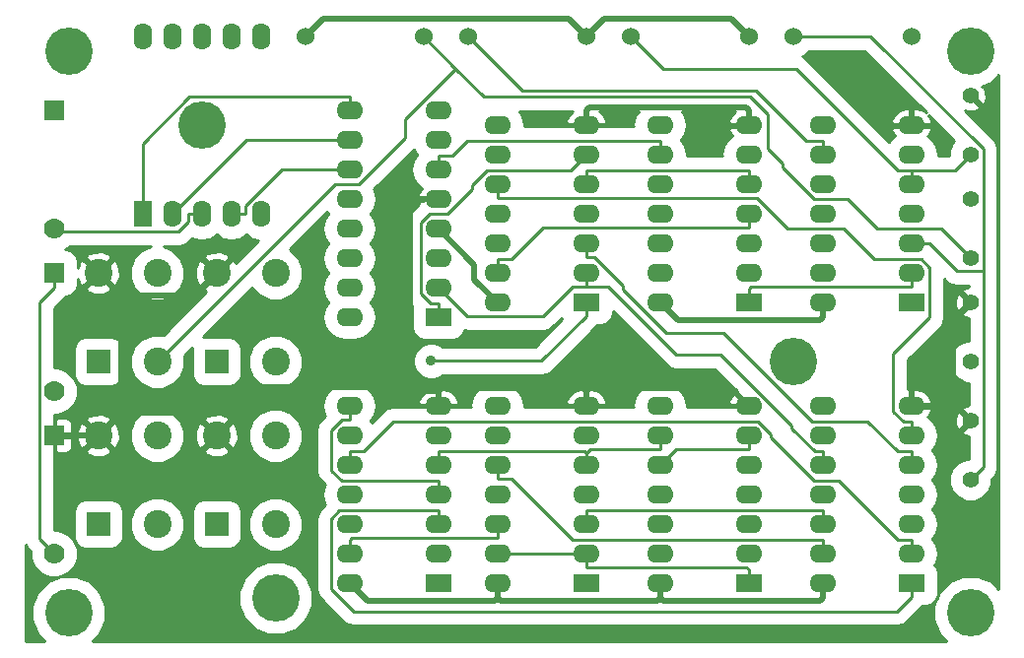
<source format=gtl>
G04 (created by PCBNEW (2013-07-07 BZR 4022)-stable) date 17-11-2017 21:30:10*
%MOIN*%
G04 Gerber Fmt 3.4, Leading zero omitted, Abs format*
%FSLAX34Y34*%
G01*
G70*
G90*
G04 APERTURE LIST*
%ADD10C,0.00590551*%
%ADD11C,0.06*%
%ADD12R,0.09X0.062*%
%ADD13O,0.09X0.062*%
%ADD14C,0.07*%
%ADD15R,0.07X0.07*%
%ADD16C,0.055*%
%ADD17R,0.0787X0.0787*%
%ADD18C,0.0945*%
%ADD19R,0.062X0.09*%
%ADD20O,0.062X0.09*%
%ADD21C,0.16*%
%ADD22C,0.035*%
%ADD23C,0.01*%
%ADD24C,0.019685*%
G04 APERTURE END LIST*
G54D10*
G54D11*
X52500Y-23000D03*
X56500Y-23000D03*
X73000Y-23000D03*
X69000Y-23000D03*
X67500Y-23000D03*
X63500Y-23000D03*
X62000Y-23000D03*
X58000Y-23000D03*
G54D12*
X57000Y-32500D03*
G54D13*
X57000Y-31500D03*
X57000Y-30500D03*
X57000Y-29500D03*
X57000Y-28500D03*
X57000Y-27500D03*
X57000Y-26500D03*
X57000Y-25500D03*
X54000Y-25500D03*
X54000Y-26500D03*
X54000Y-27500D03*
X54000Y-28500D03*
X54000Y-29500D03*
X54000Y-30500D03*
X54000Y-31500D03*
X54000Y-32500D03*
G54D12*
X62000Y-32000D03*
G54D13*
X62000Y-31000D03*
X62000Y-30000D03*
X62000Y-29000D03*
X62000Y-28000D03*
X62000Y-27000D03*
X62000Y-26000D03*
X59000Y-26000D03*
X59000Y-27000D03*
X59000Y-28000D03*
X59000Y-29000D03*
X59000Y-30000D03*
X59000Y-31000D03*
X59000Y-32000D03*
G54D12*
X57000Y-41500D03*
G54D13*
X57000Y-40500D03*
X57000Y-39500D03*
X57000Y-38500D03*
X57000Y-37500D03*
X57000Y-36500D03*
X57000Y-35500D03*
X54000Y-35500D03*
X54000Y-36500D03*
X54000Y-37500D03*
X54000Y-38500D03*
X54000Y-39500D03*
X54000Y-40500D03*
X54000Y-41500D03*
G54D12*
X67500Y-32000D03*
G54D13*
X67500Y-31000D03*
X67500Y-30000D03*
X67500Y-29000D03*
X67500Y-28000D03*
X67500Y-27000D03*
X67500Y-26000D03*
X64500Y-26000D03*
X64500Y-27000D03*
X64500Y-28000D03*
X64500Y-29000D03*
X64500Y-30000D03*
X64500Y-31000D03*
X64500Y-32000D03*
G54D12*
X73000Y-41500D03*
G54D13*
X73000Y-40500D03*
X73000Y-39500D03*
X73000Y-38500D03*
X73000Y-37500D03*
X73000Y-36500D03*
X73000Y-35500D03*
X70000Y-35500D03*
X70000Y-36500D03*
X70000Y-37500D03*
X70000Y-38500D03*
X70000Y-39500D03*
X70000Y-40500D03*
X70000Y-41500D03*
G54D12*
X67500Y-41500D03*
G54D13*
X67500Y-40500D03*
X67500Y-39500D03*
X67500Y-38500D03*
X67500Y-37500D03*
X67500Y-36500D03*
X67500Y-35500D03*
X64500Y-35500D03*
X64500Y-36500D03*
X64500Y-37500D03*
X64500Y-38500D03*
X64500Y-39500D03*
X64500Y-40500D03*
X64500Y-41500D03*
G54D12*
X62000Y-41500D03*
G54D13*
X62000Y-40500D03*
X62000Y-39500D03*
X62000Y-38500D03*
X62000Y-37500D03*
X62000Y-36500D03*
X62000Y-35500D03*
X59000Y-35500D03*
X59000Y-36500D03*
X59000Y-37500D03*
X59000Y-38500D03*
X59000Y-39500D03*
X59000Y-40500D03*
X59000Y-41500D03*
G54D12*
X73000Y-32000D03*
G54D13*
X73000Y-31000D03*
X73000Y-30000D03*
X73000Y-29000D03*
X73000Y-28000D03*
X73000Y-27000D03*
X73000Y-26000D03*
X70000Y-26000D03*
X70000Y-27000D03*
X70000Y-28000D03*
X70000Y-29000D03*
X70000Y-30000D03*
X70000Y-31000D03*
X70000Y-32000D03*
G54D14*
X44000Y-29500D03*
G54D15*
X44000Y-25500D03*
G54D14*
X44000Y-35000D03*
G54D15*
X44000Y-31000D03*
G54D14*
X44000Y-40500D03*
G54D15*
X44000Y-36500D03*
G54D16*
X75000Y-34000D03*
X75000Y-32000D03*
X75000Y-27000D03*
X75000Y-25000D03*
X75000Y-38000D03*
X75000Y-36000D03*
X75000Y-30500D03*
X75000Y-28500D03*
G54D17*
X45500Y-34000D03*
G54D18*
X47500Y-34000D03*
X47500Y-31000D03*
X45500Y-31000D03*
G54D17*
X49500Y-34000D03*
G54D18*
X51500Y-34000D03*
X51500Y-31000D03*
X49500Y-31000D03*
G54D17*
X45500Y-39500D03*
G54D18*
X47500Y-39500D03*
X47500Y-36500D03*
X45500Y-36500D03*
G54D17*
X49500Y-39500D03*
G54D18*
X51500Y-39500D03*
X51500Y-36500D03*
X49500Y-36500D03*
G54D19*
X47000Y-29000D03*
G54D20*
X48000Y-29000D03*
X49000Y-29000D03*
X50000Y-29000D03*
X51000Y-29000D03*
X51000Y-23000D03*
X50000Y-23000D03*
X49000Y-23000D03*
X48000Y-23000D03*
X47000Y-23000D03*
G54D21*
X69000Y-34000D03*
X49000Y-26000D03*
X75000Y-42500D03*
X44500Y-42500D03*
X75000Y-23500D03*
X51500Y-42000D03*
X44500Y-23500D03*
G54D22*
X56756Y-33978D03*
G54D23*
X62000Y-37500D02*
X62000Y-37089D01*
X61949Y-37039D02*
X57000Y-37039D01*
X62000Y-37089D02*
X61949Y-37039D01*
X57000Y-37500D02*
X57000Y-37039D01*
X67579Y-31460D02*
X67500Y-31539D01*
X73000Y-31460D02*
X67579Y-31460D01*
X73000Y-31000D02*
X73000Y-31460D01*
X67500Y-32000D02*
X67500Y-31539D01*
X62129Y-36960D02*
X62000Y-37089D01*
X64500Y-36960D02*
X62129Y-36960D01*
X64500Y-36500D02*
X64500Y-36960D01*
X61460Y-27539D02*
X62000Y-27000D01*
X58649Y-27539D02*
X61460Y-27539D01*
X58145Y-28044D02*
X58649Y-27539D01*
X58145Y-28170D02*
X58145Y-28044D01*
X57315Y-29000D02*
X58145Y-28170D01*
X56704Y-29000D02*
X57315Y-29000D01*
X56392Y-29312D02*
X56704Y-29000D01*
X56392Y-31691D02*
X56392Y-29312D01*
X56741Y-32039D02*
X56392Y-31691D01*
X57000Y-32039D02*
X56741Y-32039D01*
X57000Y-32500D02*
X57000Y-32039D01*
X54079Y-39960D02*
X54000Y-40039D01*
X59000Y-39960D02*
X54079Y-39960D01*
X59000Y-39500D02*
X59000Y-39960D01*
X54000Y-40500D02*
X54000Y-40039D01*
X59460Y-30539D02*
X59000Y-30539D01*
X60539Y-29460D02*
X59460Y-30539D01*
X67500Y-29460D02*
X60539Y-29460D01*
X67500Y-29000D02*
X67500Y-29460D01*
X59000Y-31000D02*
X59000Y-30539D01*
X62000Y-27539D02*
X67500Y-27539D01*
X62000Y-28000D02*
X62000Y-27539D01*
X67500Y-28000D02*
X67500Y-27539D01*
X57960Y-32460D02*
X57000Y-31500D01*
X60539Y-32460D02*
X57960Y-32460D01*
X61539Y-31460D02*
X60539Y-32460D01*
X62000Y-31460D02*
X61539Y-31460D01*
X62000Y-31000D02*
X62000Y-31460D01*
X62749Y-31460D02*
X62000Y-31460D01*
X65050Y-33761D02*
X62749Y-31460D01*
X66555Y-33761D02*
X65050Y-33761D01*
X68951Y-36157D02*
X66555Y-33761D01*
X68951Y-36250D02*
X68951Y-36157D01*
X69741Y-37039D02*
X68951Y-36250D01*
X70000Y-37039D02*
X69741Y-37039D01*
X70000Y-37500D02*
X70000Y-37039D01*
X57460Y-27039D02*
X57000Y-27039D01*
X57960Y-26539D02*
X57460Y-27039D01*
X64500Y-26539D02*
X57960Y-26539D01*
X64500Y-27000D02*
X64500Y-26539D01*
X57000Y-27500D02*
X57000Y-27039D01*
X59000Y-40500D02*
X62000Y-40500D01*
X67420Y-40960D02*
X67500Y-41039D01*
X62000Y-40960D02*
X67420Y-40960D01*
X62000Y-40500D02*
X62000Y-40960D01*
X67500Y-41500D02*
X67500Y-41039D01*
X44101Y-29601D02*
X44000Y-29500D01*
X48197Y-29601D02*
X44101Y-29601D01*
X48539Y-29258D02*
X48197Y-29601D01*
X48539Y-29000D02*
X48539Y-29258D01*
X49000Y-29000D02*
X48539Y-29000D01*
X53655Y-39039D02*
X57000Y-39039D01*
X53381Y-39314D02*
X53655Y-39039D01*
X53381Y-41694D02*
X53381Y-39314D01*
X54138Y-42450D02*
X53381Y-41694D01*
X72509Y-42450D02*
X54138Y-42450D01*
X73000Y-41960D02*
X72509Y-42450D01*
X73000Y-41500D02*
X73000Y-41960D01*
X57000Y-39500D02*
X57000Y-39039D01*
X70000Y-27000D02*
X70000Y-26539D01*
X59839Y-24839D02*
X58000Y-23000D01*
X67751Y-24839D02*
X59839Y-24839D01*
X69451Y-26539D02*
X67751Y-24839D01*
X70000Y-26539D02*
X69451Y-26539D01*
X72539Y-27539D02*
X73000Y-27539D01*
X69108Y-24108D02*
X72539Y-27539D01*
X64608Y-24108D02*
X69108Y-24108D01*
X63500Y-23000D02*
X64608Y-24108D01*
X73000Y-28000D02*
X73000Y-27539D01*
X74460Y-27539D02*
X73000Y-27539D01*
X75000Y-27000D02*
X74460Y-27539D01*
X61539Y-40039D02*
X70000Y-40039D01*
X59460Y-37960D02*
X61539Y-40039D01*
X59000Y-37960D02*
X59460Y-37960D01*
X59000Y-37500D02*
X59000Y-37960D01*
X70000Y-40500D02*
X70000Y-40039D01*
X65039Y-36960D02*
X67500Y-36960D01*
X64500Y-37500D02*
X65039Y-36960D01*
X67500Y-36500D02*
X67500Y-36960D01*
X55870Y-25812D02*
X57591Y-24091D01*
X55870Y-26423D02*
X55870Y-25812D01*
X54293Y-28000D02*
X55870Y-26423D01*
X53500Y-28000D02*
X54293Y-28000D01*
X47500Y-34000D02*
X53500Y-28000D01*
X58544Y-25044D02*
X57591Y-24091D01*
X67550Y-25044D02*
X58544Y-25044D01*
X68136Y-25630D02*
X67550Y-25044D01*
X68136Y-26788D02*
X68136Y-25630D01*
X68634Y-27287D02*
X68136Y-26788D01*
X68634Y-27433D02*
X68634Y-27287D01*
X69701Y-28500D02*
X68634Y-27433D01*
X70853Y-28500D02*
X69701Y-28500D01*
X71853Y-29500D02*
X70853Y-28500D01*
X74000Y-29500D02*
X71853Y-29500D01*
X75000Y-30500D02*
X74000Y-29500D01*
X56500Y-23000D02*
X56500Y-23000D01*
X57591Y-24091D02*
X56500Y-23000D01*
X62000Y-39039D02*
X70000Y-39039D01*
X62000Y-39500D02*
X62000Y-39039D01*
X70000Y-39500D02*
X70000Y-39039D01*
X62283Y-30460D02*
X62000Y-30460D01*
X63250Y-31426D02*
X62283Y-30460D01*
X63250Y-31567D02*
X63250Y-31426D01*
X64705Y-33023D02*
X63250Y-31567D01*
X66652Y-33023D02*
X64705Y-33023D01*
X69645Y-36016D02*
X66652Y-33023D01*
X71516Y-36016D02*
X69645Y-36016D01*
X72539Y-37039D02*
X71516Y-36016D01*
X73000Y-37039D02*
X72539Y-37039D01*
X73000Y-37500D02*
X73000Y-37039D01*
X62000Y-30000D02*
X62000Y-30460D01*
X67770Y-28460D02*
X59000Y-28460D01*
X68810Y-29500D02*
X67770Y-28460D01*
X70718Y-29500D02*
X68810Y-29500D01*
X71758Y-30539D02*
X70718Y-29500D01*
X73333Y-30539D02*
X71758Y-30539D01*
X73609Y-30816D02*
X73333Y-30539D01*
X73609Y-32512D02*
X73609Y-30816D01*
X72390Y-33732D02*
X73609Y-32512D01*
X72390Y-35688D02*
X72390Y-33732D01*
X72741Y-36039D02*
X72390Y-35688D01*
X73000Y-36039D02*
X72741Y-36039D01*
X73000Y-36500D02*
X73000Y-36039D01*
X59000Y-28000D02*
X59000Y-28460D01*
X60481Y-33978D02*
X62000Y-32460D01*
X56756Y-33978D02*
X60481Y-33978D01*
X62000Y-32000D02*
X62000Y-32460D01*
X54460Y-37039D02*
X54000Y-37039D01*
X55478Y-36021D02*
X54460Y-37039D01*
X67812Y-36021D02*
X55478Y-36021D01*
X68251Y-36460D02*
X67812Y-36021D01*
X68251Y-36566D02*
X68251Y-36460D01*
X69724Y-38039D02*
X68251Y-36566D01*
X70539Y-38039D02*
X69724Y-38039D01*
X72539Y-40039D02*
X70539Y-38039D01*
X73000Y-40039D02*
X72539Y-40039D01*
X73000Y-40500D02*
X73000Y-40039D01*
X54000Y-37500D02*
X54000Y-37039D01*
X53726Y-38039D02*
X57000Y-38039D01*
X53380Y-37694D02*
X53726Y-38039D01*
X53380Y-36320D02*
X53380Y-37694D01*
X53741Y-35960D02*
X53380Y-36320D01*
X54000Y-35960D02*
X53741Y-35960D01*
X54000Y-35500D02*
X54000Y-35960D01*
X57000Y-38500D02*
X57000Y-38039D01*
X73000Y-30000D02*
X73600Y-30000D01*
X74537Y-30937D02*
X73600Y-30000D01*
X75428Y-30937D02*
X74537Y-30937D01*
X75428Y-37571D02*
X75428Y-30937D01*
X75000Y-38000D02*
X75428Y-37571D01*
X71614Y-23000D02*
X69000Y-23000D01*
X75428Y-26813D02*
X71614Y-23000D01*
X75428Y-30937D02*
X75428Y-26813D01*
X43499Y-32000D02*
X44000Y-31500D01*
X43499Y-39999D02*
X43499Y-32000D01*
X44000Y-40500D02*
X43499Y-39999D01*
X44000Y-31000D02*
X44000Y-31500D01*
X48581Y-25039D02*
X54000Y-25039D01*
X47000Y-26621D02*
X48581Y-25039D01*
X47000Y-29000D02*
X47000Y-26621D01*
X54000Y-25500D02*
X54000Y-25039D01*
X50500Y-26500D02*
X54000Y-26500D01*
X48000Y-29000D02*
X50500Y-26500D01*
X51701Y-27500D02*
X54000Y-27500D01*
X50460Y-28741D02*
X51701Y-27500D01*
X50460Y-29000D02*
X50460Y-28741D01*
X50000Y-29000D02*
X50460Y-29000D01*
G54D24*
X58223Y-31223D02*
X59000Y-32000D01*
X58223Y-30723D02*
X58223Y-31223D01*
X57000Y-29500D02*
X58223Y-30723D01*
X53098Y-22401D02*
X52500Y-23000D01*
X61401Y-22401D02*
X53098Y-22401D01*
X62000Y-23000D02*
X61401Y-22401D01*
X62595Y-22404D02*
X62000Y-23000D01*
X66904Y-22404D02*
X62595Y-22404D01*
X67500Y-23000D02*
X66904Y-22404D01*
X65108Y-32608D02*
X64500Y-32000D01*
X69900Y-32608D02*
X65108Y-32608D01*
X70000Y-32508D02*
X69900Y-32608D01*
X70000Y-32000D02*
X70000Y-32508D01*
X54605Y-42105D02*
X54000Y-41500D01*
X58903Y-42105D02*
X54605Y-42105D01*
X59000Y-42008D02*
X58903Y-42105D01*
X59000Y-41500D02*
X59000Y-42008D01*
X59096Y-42105D02*
X59000Y-42008D01*
X64403Y-42105D02*
X59096Y-42105D01*
X64500Y-42008D02*
X64403Y-42105D01*
X64500Y-41500D02*
X64500Y-42008D01*
X64596Y-42105D02*
X64500Y-42008D01*
X69903Y-42105D02*
X64596Y-42105D01*
X70000Y-42008D02*
X69903Y-42105D01*
X70000Y-41500D02*
X70000Y-42008D01*
X44000Y-36500D02*
X44548Y-36500D01*
X45500Y-36500D02*
X44548Y-36500D01*
X46270Y-35729D02*
X45500Y-36500D01*
X48729Y-31770D02*
X49500Y-31000D01*
X46270Y-31770D02*
X48729Y-31770D01*
X46270Y-35729D02*
X46270Y-31770D01*
X46270Y-31770D02*
X45500Y-31000D01*
X74421Y-32578D02*
X74421Y-35500D01*
X75000Y-32000D02*
X74421Y-32578D01*
X73000Y-35500D02*
X74421Y-35500D01*
X74500Y-35500D02*
X75000Y-36000D01*
X74421Y-35500D02*
X74500Y-35500D01*
X48729Y-35729D02*
X46270Y-35729D01*
X49500Y-36500D02*
X48729Y-35729D01*
X57000Y-28500D02*
X56351Y-28500D01*
X62099Y-25392D02*
X62000Y-25491D01*
X67400Y-25392D02*
X62099Y-25392D01*
X67500Y-25491D02*
X67400Y-25392D01*
X67500Y-26000D02*
X67500Y-25491D01*
X62000Y-26000D02*
X62000Y-25491D01*
X51126Y-34873D02*
X49500Y-36500D01*
X55550Y-34873D02*
X51126Y-34873D01*
X56041Y-34382D02*
X55550Y-34873D01*
X56041Y-28809D02*
X56041Y-34382D01*
X56351Y-28500D02*
X56041Y-28809D01*
X56650Y-34991D02*
X57000Y-34991D01*
X56041Y-34382D02*
X56650Y-34991D01*
X57000Y-35500D02*
X57000Y-34991D01*
X62104Y-34886D02*
X62000Y-34991D01*
X66886Y-34886D02*
X62104Y-34886D01*
X67500Y-35500D02*
X66886Y-34886D01*
X62000Y-35500D02*
X62000Y-35041D01*
X62000Y-35041D02*
X62000Y-34991D01*
X57097Y-34894D02*
X57000Y-34991D01*
X61902Y-34894D02*
X57097Y-34894D01*
X62000Y-34991D02*
X61902Y-34894D01*
G54D10*
G36*
X63761Y-25538D02*
X63646Y-25711D01*
X63588Y-26000D01*
X63597Y-26046D01*
X59902Y-26046D01*
X59911Y-26000D01*
X59853Y-25711D01*
X59738Y-25538D01*
X61554Y-25538D01*
X61428Y-25639D01*
X61323Y-25831D01*
X61316Y-25863D01*
X61365Y-25950D01*
X61950Y-25950D01*
X61950Y-25942D01*
X62050Y-25942D01*
X62050Y-25950D01*
X62634Y-25950D01*
X62683Y-25863D01*
X62676Y-25831D01*
X62571Y-25639D01*
X62445Y-25538D01*
X63761Y-25538D01*
X63761Y-25538D01*
G37*
G54D23*
X63761Y-25538D02*
X63646Y-25711D01*
X63588Y-26000D01*
X63597Y-26046D01*
X59902Y-26046D01*
X59911Y-26000D01*
X59853Y-25711D01*
X59738Y-25538D01*
X61554Y-25538D01*
X61428Y-25639D01*
X61323Y-25831D01*
X61316Y-25863D01*
X61365Y-25950D01*
X61950Y-25950D01*
X61950Y-25942D01*
X62050Y-25942D01*
X62050Y-25950D01*
X62634Y-25950D01*
X62683Y-25863D01*
X62676Y-25831D01*
X62571Y-25639D01*
X62445Y-25538D01*
X63761Y-25538D01*
G54D10*
G36*
X67557Y-26050D02*
X67550Y-26050D01*
X67550Y-26057D01*
X67450Y-26057D01*
X67450Y-26050D01*
X66865Y-26050D01*
X66816Y-26136D01*
X66823Y-26168D01*
X66928Y-26360D01*
X66946Y-26375D01*
X66809Y-26467D01*
X66646Y-26711D01*
X66588Y-27000D01*
X66597Y-27046D01*
X65402Y-27046D01*
X65411Y-27000D01*
X65353Y-26711D01*
X65212Y-26500D01*
X65353Y-26288D01*
X65411Y-26000D01*
X65353Y-25711D01*
X65238Y-25538D01*
X67054Y-25538D01*
X66928Y-25639D01*
X66823Y-25831D01*
X66816Y-25863D01*
X66865Y-25950D01*
X67450Y-25950D01*
X67450Y-25942D01*
X67550Y-25942D01*
X67550Y-25950D01*
X67557Y-25950D01*
X67557Y-26050D01*
X67557Y-26050D01*
G37*
G54D23*
X67557Y-26050D02*
X67550Y-26050D01*
X67550Y-26057D01*
X67450Y-26057D01*
X67450Y-26050D01*
X66865Y-26050D01*
X66816Y-26136D01*
X66823Y-26168D01*
X66928Y-26360D01*
X66946Y-26375D01*
X66809Y-26467D01*
X66646Y-26711D01*
X66588Y-27000D01*
X66597Y-27046D01*
X65402Y-27046D01*
X65411Y-27000D01*
X65353Y-26711D01*
X65212Y-26500D01*
X65353Y-26288D01*
X65411Y-26000D01*
X65353Y-25711D01*
X65238Y-25538D01*
X67054Y-25538D01*
X66928Y-25639D01*
X66823Y-25831D01*
X66816Y-25863D01*
X66865Y-25950D01*
X67450Y-25950D01*
X67450Y-25942D01*
X67550Y-25942D01*
X67550Y-25950D01*
X67557Y-25950D01*
X67557Y-26050D01*
G54D10*
G36*
X74450Y-26533D02*
X74391Y-26592D01*
X74281Y-26856D01*
X74281Y-27020D01*
X74255Y-27046D01*
X73902Y-27046D01*
X73911Y-27000D01*
X73853Y-26711D01*
X73690Y-26467D01*
X73553Y-26375D01*
X73571Y-26360D01*
X73676Y-26168D01*
X73683Y-26136D01*
X73634Y-26050D01*
X73050Y-26050D01*
X73050Y-26057D01*
X72950Y-26057D01*
X72950Y-26050D01*
X72950Y-25950D01*
X72950Y-25440D01*
X72810Y-25440D01*
X72599Y-25501D01*
X72428Y-25639D01*
X72323Y-25831D01*
X72316Y-25863D01*
X72365Y-25950D01*
X72950Y-25950D01*
X72950Y-26050D01*
X72365Y-26050D01*
X72316Y-26136D01*
X72323Y-26168D01*
X72428Y-26360D01*
X72446Y-26375D01*
X72309Y-26467D01*
X72251Y-26553D01*
X69457Y-23759D01*
X69324Y-23670D01*
X69420Y-23630D01*
X69558Y-23493D01*
X71410Y-23493D01*
X73492Y-25575D01*
X73400Y-25501D01*
X73190Y-25440D01*
X73050Y-25440D01*
X73050Y-25950D01*
X73634Y-25950D01*
X73683Y-25863D01*
X73676Y-25831D01*
X73589Y-25673D01*
X74450Y-26533D01*
X74450Y-26533D01*
G37*
G54D23*
X74450Y-26533D02*
X74391Y-26592D01*
X74281Y-26856D01*
X74281Y-27020D01*
X74255Y-27046D01*
X73902Y-27046D01*
X73911Y-27000D01*
X73853Y-26711D01*
X73690Y-26467D01*
X73553Y-26375D01*
X73571Y-26360D01*
X73676Y-26168D01*
X73683Y-26136D01*
X73634Y-26050D01*
X73050Y-26050D01*
X73050Y-26057D01*
X72950Y-26057D01*
X72950Y-26050D01*
X72950Y-25950D01*
X72950Y-25440D01*
X72810Y-25440D01*
X72599Y-25501D01*
X72428Y-25639D01*
X72323Y-25831D01*
X72316Y-25863D01*
X72365Y-25950D01*
X72950Y-25950D01*
X72950Y-26050D01*
X72365Y-26050D01*
X72316Y-26136D01*
X72323Y-26168D01*
X72428Y-26360D01*
X72446Y-26375D01*
X72309Y-26467D01*
X72251Y-26553D01*
X69457Y-23759D01*
X69324Y-23670D01*
X69420Y-23630D01*
X69558Y-23493D01*
X71410Y-23493D01*
X73492Y-25575D01*
X73400Y-25501D01*
X73190Y-25440D01*
X73050Y-25440D01*
X73050Y-25950D01*
X73634Y-25950D01*
X73683Y-25863D01*
X73676Y-25831D01*
X73589Y-25673D01*
X74450Y-26533D01*
G54D10*
G36*
X75950Y-41691D02*
X75705Y-41446D01*
X75248Y-41256D01*
X74753Y-41256D01*
X74296Y-41445D01*
X73946Y-41794D01*
X73756Y-42251D01*
X73756Y-42746D01*
X73945Y-43203D01*
X74191Y-43450D01*
X52743Y-43450D01*
X52743Y-41753D01*
X52554Y-41296D01*
X52416Y-41157D01*
X52416Y-39318D01*
X52416Y-36318D01*
X52416Y-33818D01*
X52277Y-33481D01*
X52019Y-33223D01*
X51683Y-33083D01*
X51318Y-33083D01*
X50981Y-33222D01*
X50723Y-33480D01*
X50583Y-33816D01*
X50583Y-34181D01*
X50722Y-34518D01*
X50980Y-34776D01*
X51316Y-34916D01*
X51681Y-34916D01*
X52018Y-34777D01*
X52276Y-34519D01*
X52416Y-34183D01*
X52416Y-33818D01*
X52416Y-36318D01*
X52277Y-35981D01*
X52019Y-35723D01*
X51683Y-35583D01*
X51318Y-35583D01*
X50981Y-35722D01*
X50723Y-35980D01*
X50583Y-36316D01*
X50583Y-36681D01*
X50722Y-37018D01*
X50980Y-37276D01*
X51316Y-37416D01*
X51681Y-37416D01*
X52018Y-37277D01*
X52276Y-37019D01*
X52416Y-36683D01*
X52416Y-36318D01*
X52416Y-39318D01*
X52277Y-38981D01*
X52019Y-38723D01*
X51683Y-38583D01*
X51318Y-38583D01*
X50981Y-38722D01*
X50723Y-38980D01*
X50583Y-39316D01*
X50583Y-39681D01*
X50722Y-40018D01*
X50980Y-40276D01*
X51316Y-40416D01*
X51681Y-40416D01*
X52018Y-40277D01*
X52276Y-40019D01*
X52416Y-39683D01*
X52416Y-39318D01*
X52416Y-41157D01*
X52205Y-40946D01*
X51748Y-40756D01*
X51253Y-40756D01*
X50796Y-40945D01*
X50446Y-41294D01*
X50337Y-41557D01*
X50337Y-39805D01*
X50337Y-39018D01*
X50269Y-38855D01*
X50226Y-38811D01*
X50226Y-36622D01*
X50218Y-36335D01*
X50123Y-36108D01*
X50010Y-36059D01*
X49940Y-36130D01*
X49940Y-35989D01*
X49891Y-35876D01*
X49622Y-35773D01*
X49335Y-35781D01*
X49108Y-35876D01*
X49059Y-35989D01*
X49500Y-36429D01*
X49940Y-35989D01*
X49940Y-36130D01*
X49570Y-36500D01*
X50010Y-36940D01*
X50123Y-36891D01*
X50226Y-36622D01*
X50226Y-38811D01*
X50145Y-38730D01*
X49982Y-38662D01*
X49940Y-38662D01*
X49940Y-37010D01*
X49500Y-36570D01*
X49429Y-36641D01*
X49429Y-36500D01*
X48989Y-36059D01*
X48876Y-36108D01*
X48773Y-36377D01*
X48781Y-36664D01*
X48876Y-36891D01*
X48989Y-36940D01*
X49429Y-36500D01*
X49429Y-36641D01*
X49059Y-37010D01*
X49108Y-37123D01*
X49377Y-37226D01*
X49664Y-37218D01*
X49891Y-37123D01*
X49940Y-37010D01*
X49940Y-38662D01*
X49805Y-38662D01*
X49018Y-38662D01*
X48855Y-38730D01*
X48730Y-38854D01*
X48662Y-39017D01*
X48662Y-39194D01*
X48662Y-39981D01*
X48730Y-40144D01*
X48854Y-40269D01*
X49017Y-40337D01*
X49194Y-40337D01*
X49981Y-40337D01*
X50144Y-40269D01*
X50269Y-40145D01*
X50337Y-39982D01*
X50337Y-39805D01*
X50337Y-41557D01*
X50256Y-41751D01*
X50256Y-42246D01*
X50445Y-42703D01*
X50794Y-43053D01*
X51251Y-43243D01*
X51746Y-43243D01*
X52203Y-43054D01*
X52553Y-42705D01*
X52743Y-42248D01*
X52743Y-41753D01*
X52743Y-43450D01*
X48416Y-43450D01*
X48416Y-39318D01*
X48416Y-36318D01*
X48277Y-35981D01*
X48019Y-35723D01*
X47683Y-35583D01*
X47318Y-35583D01*
X46981Y-35722D01*
X46723Y-35980D01*
X46583Y-36316D01*
X46583Y-36681D01*
X46722Y-37018D01*
X46980Y-37276D01*
X47316Y-37416D01*
X47681Y-37416D01*
X48018Y-37277D01*
X48276Y-37019D01*
X48416Y-36683D01*
X48416Y-36318D01*
X48416Y-39318D01*
X48277Y-38981D01*
X48019Y-38723D01*
X47683Y-38583D01*
X47318Y-38583D01*
X46981Y-38722D01*
X46723Y-38980D01*
X46583Y-39316D01*
X46583Y-39681D01*
X46722Y-40018D01*
X46980Y-40276D01*
X47316Y-40416D01*
X47681Y-40416D01*
X48018Y-40277D01*
X48276Y-40019D01*
X48416Y-39683D01*
X48416Y-39318D01*
X48416Y-43450D01*
X46337Y-43450D01*
X46337Y-39805D01*
X46337Y-39018D01*
X46337Y-34305D01*
X46337Y-33518D01*
X46269Y-33355D01*
X46226Y-33311D01*
X46226Y-31122D01*
X46218Y-30835D01*
X46123Y-30608D01*
X46010Y-30559D01*
X45940Y-30630D01*
X45940Y-30489D01*
X45891Y-30376D01*
X45622Y-30273D01*
X45335Y-30281D01*
X45108Y-30376D01*
X45059Y-30489D01*
X45500Y-30929D01*
X45940Y-30489D01*
X45940Y-30630D01*
X45570Y-31000D01*
X46010Y-31440D01*
X46123Y-31391D01*
X46226Y-31122D01*
X46226Y-33311D01*
X46145Y-33230D01*
X45982Y-33162D01*
X45940Y-33162D01*
X45940Y-31510D01*
X45500Y-31070D01*
X45059Y-31510D01*
X45108Y-31623D01*
X45377Y-31726D01*
X45664Y-31718D01*
X45891Y-31623D01*
X45940Y-31510D01*
X45940Y-33162D01*
X45805Y-33162D01*
X45018Y-33162D01*
X44855Y-33230D01*
X44730Y-33354D01*
X44662Y-33517D01*
X44662Y-33694D01*
X44662Y-34481D01*
X44730Y-34644D01*
X44854Y-34769D01*
X45017Y-34837D01*
X45194Y-34837D01*
X45981Y-34837D01*
X46144Y-34769D01*
X46269Y-34645D01*
X46337Y-34482D01*
X46337Y-34305D01*
X46337Y-39018D01*
X46269Y-38855D01*
X46226Y-38811D01*
X46226Y-36622D01*
X46218Y-36335D01*
X46123Y-36108D01*
X46010Y-36059D01*
X45940Y-36130D01*
X45940Y-35989D01*
X45891Y-35876D01*
X45622Y-35773D01*
X45335Y-35781D01*
X45108Y-35876D01*
X45059Y-35989D01*
X45500Y-36429D01*
X45940Y-35989D01*
X45940Y-36130D01*
X45570Y-36500D01*
X46010Y-36940D01*
X46123Y-36891D01*
X46226Y-36622D01*
X46226Y-38811D01*
X46145Y-38730D01*
X45982Y-38662D01*
X45940Y-38662D01*
X45940Y-37010D01*
X45500Y-36570D01*
X45429Y-36641D01*
X45429Y-36500D01*
X44989Y-36059D01*
X44876Y-36108D01*
X44773Y-36377D01*
X44781Y-36664D01*
X44876Y-36891D01*
X44989Y-36940D01*
X45429Y-36500D01*
X45429Y-36641D01*
X45059Y-37010D01*
X45108Y-37123D01*
X45377Y-37226D01*
X45664Y-37218D01*
X45891Y-37123D01*
X45940Y-37010D01*
X45940Y-38662D01*
X45805Y-38662D01*
X45018Y-38662D01*
X44855Y-38730D01*
X44730Y-38854D01*
X44662Y-39017D01*
X44662Y-39194D01*
X44662Y-39981D01*
X44730Y-40144D01*
X44854Y-40269D01*
X45017Y-40337D01*
X45194Y-40337D01*
X45981Y-40337D01*
X46144Y-40269D01*
X46269Y-40145D01*
X46337Y-39982D01*
X46337Y-39805D01*
X46337Y-43450D01*
X45308Y-43450D01*
X45553Y-43205D01*
X45743Y-42748D01*
X45743Y-42253D01*
X45554Y-41796D01*
X45205Y-41446D01*
X44748Y-41256D01*
X44253Y-41256D01*
X43796Y-41445D01*
X43446Y-41794D01*
X43256Y-42251D01*
X43256Y-42746D01*
X43445Y-43203D01*
X43691Y-43450D01*
X43050Y-43450D01*
X43050Y-40198D01*
X43150Y-40348D01*
X43206Y-40404D01*
X43206Y-40657D01*
X43326Y-40949D01*
X43549Y-41172D01*
X43841Y-41293D01*
X44157Y-41293D01*
X44449Y-41173D01*
X44672Y-40950D01*
X44793Y-40658D01*
X44793Y-40342D01*
X44673Y-40050D01*
X44600Y-39977D01*
X44600Y-36899D01*
X44600Y-36100D01*
X44562Y-36008D01*
X44491Y-35938D01*
X44399Y-35900D01*
X44300Y-35899D01*
X44112Y-35900D01*
X44050Y-35962D01*
X44050Y-36450D01*
X44537Y-36450D01*
X44600Y-36387D01*
X44600Y-36100D01*
X44600Y-36899D01*
X44600Y-36612D01*
X44537Y-36550D01*
X44050Y-36550D01*
X44050Y-37037D01*
X44112Y-37100D01*
X44300Y-37100D01*
X44399Y-37099D01*
X44491Y-37061D01*
X44562Y-36991D01*
X44600Y-36899D01*
X44600Y-39977D01*
X44450Y-39827D01*
X44158Y-39706D01*
X43993Y-39706D01*
X43993Y-35793D01*
X44157Y-35793D01*
X44449Y-35673D01*
X44672Y-35450D01*
X44793Y-35158D01*
X44793Y-34842D01*
X44673Y-34550D01*
X44450Y-34327D01*
X44158Y-34206D01*
X43993Y-34206D01*
X43993Y-32204D01*
X44349Y-31849D01*
X44386Y-31793D01*
X44437Y-31793D01*
X44601Y-31726D01*
X44725Y-31601D01*
X44793Y-31438D01*
X44793Y-31262D01*
X44793Y-31192D01*
X44876Y-31391D01*
X44989Y-31440D01*
X45429Y-31000D01*
X44989Y-30559D01*
X44876Y-30608D01*
X44793Y-30824D01*
X44793Y-30562D01*
X44726Y-30398D01*
X44601Y-30274D01*
X44438Y-30206D01*
X44369Y-30206D01*
X44449Y-30173D01*
X44527Y-30095D01*
X47290Y-30095D01*
X46981Y-30222D01*
X46723Y-30480D01*
X46583Y-30816D01*
X46583Y-31181D01*
X46722Y-31518D01*
X46980Y-31776D01*
X47316Y-31916D01*
X47681Y-31916D01*
X48018Y-31777D01*
X48276Y-31519D01*
X48416Y-31183D01*
X48416Y-30818D01*
X48277Y-30481D01*
X48019Y-30223D01*
X47710Y-30095D01*
X48197Y-30095D01*
X48385Y-30057D01*
X48546Y-29950D01*
X48670Y-29826D01*
X48711Y-29853D01*
X49000Y-29911D01*
X49288Y-29853D01*
X49500Y-29712D01*
X49711Y-29853D01*
X50000Y-29911D01*
X50288Y-29853D01*
X50500Y-29712D01*
X50711Y-29853D01*
X50908Y-29893D01*
X50144Y-30657D01*
X50123Y-30608D01*
X50010Y-30559D01*
X49940Y-30630D01*
X49940Y-30489D01*
X49891Y-30376D01*
X49622Y-30273D01*
X49335Y-30281D01*
X49108Y-30376D01*
X49059Y-30489D01*
X49500Y-30929D01*
X49940Y-30489D01*
X49940Y-30630D01*
X49570Y-31000D01*
X49576Y-31005D01*
X49505Y-31076D01*
X49500Y-31070D01*
X49429Y-31141D01*
X49429Y-31000D01*
X48989Y-30559D01*
X48876Y-30608D01*
X48773Y-30877D01*
X48781Y-31164D01*
X48876Y-31391D01*
X48989Y-31440D01*
X49429Y-31000D01*
X49429Y-31141D01*
X49059Y-31510D01*
X49108Y-31623D01*
X49158Y-31643D01*
X47707Y-33094D01*
X47683Y-33083D01*
X47318Y-33083D01*
X46981Y-33222D01*
X46723Y-33480D01*
X46583Y-33816D01*
X46583Y-34181D01*
X46722Y-34518D01*
X46980Y-34776D01*
X47316Y-34916D01*
X47681Y-34916D01*
X48018Y-34777D01*
X48276Y-34519D01*
X48416Y-34183D01*
X48416Y-33818D01*
X48405Y-33792D01*
X48662Y-33535D01*
X48662Y-33694D01*
X48662Y-34481D01*
X48730Y-34644D01*
X48854Y-34769D01*
X49017Y-34837D01*
X49194Y-34837D01*
X49981Y-34837D01*
X50144Y-34769D01*
X50269Y-34645D01*
X50337Y-34482D01*
X50337Y-34305D01*
X50337Y-33518D01*
X50269Y-33355D01*
X50145Y-33230D01*
X49982Y-33162D01*
X49805Y-33162D01*
X49035Y-33162D01*
X50710Y-31487D01*
X50722Y-31518D01*
X50980Y-31776D01*
X51316Y-31916D01*
X51681Y-31916D01*
X52018Y-31777D01*
X52276Y-31519D01*
X52416Y-31183D01*
X52416Y-30818D01*
X52277Y-30481D01*
X52019Y-30223D01*
X51987Y-30210D01*
X53251Y-28946D01*
X53287Y-29000D01*
X53146Y-29211D01*
X53088Y-29500D01*
X53146Y-29788D01*
X53287Y-30000D01*
X53146Y-30211D01*
X53088Y-30500D01*
X53146Y-30788D01*
X53287Y-31000D01*
X53146Y-31211D01*
X53088Y-31500D01*
X53146Y-31788D01*
X53287Y-32000D01*
X53146Y-32211D01*
X53088Y-32500D01*
X53146Y-32788D01*
X53309Y-33032D01*
X53554Y-33196D01*
X53842Y-33253D01*
X54157Y-33253D01*
X54445Y-33196D01*
X54690Y-33032D01*
X54853Y-32788D01*
X54911Y-32500D01*
X54853Y-32211D01*
X54712Y-32000D01*
X54853Y-31788D01*
X54911Y-31500D01*
X54853Y-31211D01*
X54712Y-31000D01*
X54853Y-30788D01*
X54911Y-30500D01*
X54853Y-30211D01*
X54712Y-30000D01*
X54853Y-29788D01*
X54911Y-29500D01*
X54853Y-29211D01*
X54712Y-29000D01*
X54853Y-28788D01*
X54911Y-28500D01*
X54853Y-28211D01*
X54824Y-28167D01*
X56169Y-26822D01*
X56287Y-27000D01*
X56146Y-27211D01*
X56088Y-27500D01*
X56146Y-27788D01*
X56309Y-28032D01*
X56446Y-28124D01*
X56428Y-28139D01*
X56323Y-28331D01*
X56316Y-28363D01*
X56365Y-28450D01*
X56950Y-28450D01*
X56950Y-28442D01*
X57050Y-28442D01*
X57050Y-28450D01*
X57057Y-28450D01*
X57057Y-28506D01*
X56704Y-28506D01*
X56515Y-28543D01*
X56506Y-28550D01*
X56365Y-28550D01*
X56316Y-28636D01*
X56323Y-28668D01*
X56328Y-28677D01*
X56043Y-28963D01*
X55936Y-29123D01*
X55898Y-29312D01*
X55898Y-31691D01*
X55936Y-31880D01*
X56043Y-32040D01*
X56106Y-32103D01*
X56106Y-32277D01*
X56106Y-32897D01*
X56173Y-33061D01*
X56298Y-33185D01*
X56461Y-33253D01*
X56637Y-33253D01*
X57537Y-33253D01*
X57701Y-33186D01*
X57825Y-33061D01*
X57877Y-32937D01*
X57922Y-32946D01*
X57960Y-32953D01*
X57960Y-32953D01*
X57960Y-32953D01*
X60539Y-32953D01*
X60728Y-32916D01*
X60888Y-32809D01*
X61162Y-32535D01*
X61173Y-32561D01*
X61187Y-32574D01*
X60277Y-33484D01*
X57137Y-33484D01*
X57107Y-33454D01*
X56879Y-33359D01*
X56633Y-33359D01*
X56406Y-33453D01*
X56232Y-33627D01*
X56137Y-33854D01*
X56137Y-34101D01*
X56231Y-34328D01*
X56405Y-34502D01*
X56632Y-34597D01*
X56878Y-34597D01*
X57106Y-34503D01*
X57137Y-34472D01*
X60481Y-34472D01*
X60670Y-34434D01*
X60830Y-34327D01*
X62349Y-32809D01*
X62386Y-32753D01*
X62537Y-32753D01*
X62701Y-32686D01*
X62825Y-32561D01*
X62893Y-32398D01*
X62893Y-32302D01*
X64701Y-34110D01*
X64701Y-34110D01*
X64861Y-34217D01*
X64861Y-34217D01*
X65050Y-34255D01*
X65050Y-34255D01*
X66351Y-34255D01*
X67098Y-35002D01*
X66928Y-35139D01*
X66823Y-35331D01*
X66816Y-35363D01*
X66865Y-35450D01*
X67450Y-35450D01*
X67450Y-35442D01*
X67538Y-35442D01*
X67557Y-35461D01*
X67557Y-35527D01*
X65405Y-35527D01*
X65411Y-35500D01*
X65353Y-35211D01*
X65190Y-34967D01*
X64945Y-34803D01*
X64657Y-34746D01*
X64342Y-34746D01*
X64054Y-34803D01*
X63809Y-34967D01*
X63646Y-35211D01*
X63588Y-35500D01*
X63594Y-35527D01*
X62683Y-35527D01*
X62683Y-35363D01*
X62676Y-35331D01*
X62571Y-35139D01*
X62400Y-35001D01*
X62190Y-34940D01*
X62050Y-34940D01*
X62050Y-35450D01*
X62634Y-35450D01*
X62683Y-35363D01*
X62683Y-35527D01*
X61950Y-35527D01*
X61950Y-35450D01*
X61950Y-34940D01*
X61810Y-34940D01*
X61599Y-35001D01*
X61428Y-35139D01*
X61323Y-35331D01*
X61316Y-35363D01*
X61365Y-35450D01*
X61950Y-35450D01*
X61950Y-35527D01*
X59905Y-35527D01*
X59911Y-35500D01*
X59853Y-35211D01*
X59690Y-34967D01*
X59445Y-34803D01*
X59157Y-34746D01*
X58842Y-34746D01*
X58554Y-34803D01*
X58309Y-34967D01*
X58146Y-35211D01*
X58088Y-35500D01*
X58094Y-35527D01*
X57683Y-35527D01*
X57683Y-35363D01*
X57676Y-35331D01*
X57571Y-35139D01*
X57400Y-35001D01*
X57190Y-34940D01*
X57050Y-34940D01*
X57050Y-35450D01*
X57634Y-35450D01*
X57683Y-35363D01*
X57683Y-35527D01*
X56950Y-35527D01*
X56950Y-35450D01*
X56950Y-34940D01*
X56810Y-34940D01*
X56599Y-35001D01*
X56428Y-35139D01*
X56323Y-35331D01*
X56316Y-35363D01*
X56365Y-35450D01*
X56950Y-35450D01*
X56950Y-35527D01*
X55478Y-35527D01*
X55289Y-35565D01*
X55129Y-35672D01*
X54748Y-36053D01*
X54712Y-36000D01*
X54853Y-35788D01*
X54911Y-35500D01*
X54853Y-35211D01*
X54690Y-34967D01*
X54445Y-34803D01*
X54157Y-34746D01*
X53842Y-34746D01*
X53554Y-34803D01*
X53309Y-34967D01*
X53146Y-35211D01*
X53088Y-35500D01*
X53146Y-35788D01*
X53173Y-35829D01*
X53031Y-35971D01*
X52924Y-36131D01*
X52887Y-36320D01*
X52887Y-37694D01*
X52924Y-37883D01*
X53031Y-38043D01*
X53167Y-38179D01*
X53146Y-38211D01*
X53088Y-38500D01*
X53146Y-38788D01*
X53171Y-38826D01*
X53032Y-38965D01*
X52925Y-39125D01*
X52887Y-39314D01*
X52887Y-41694D01*
X52925Y-41883D01*
X53032Y-42043D01*
X53789Y-42799D01*
X53949Y-42906D01*
X54138Y-42944D01*
X72509Y-42944D01*
X72698Y-42906D01*
X72858Y-42799D01*
X73349Y-42309D01*
X73386Y-42253D01*
X73537Y-42253D01*
X73701Y-42186D01*
X73825Y-42061D01*
X73893Y-41898D01*
X73893Y-41722D01*
X73893Y-41102D01*
X73826Y-40938D01*
X73782Y-40895D01*
X73853Y-40788D01*
X73911Y-40500D01*
X73853Y-40211D01*
X73712Y-40000D01*
X73853Y-39788D01*
X73911Y-39500D01*
X73853Y-39211D01*
X73712Y-39000D01*
X73853Y-38788D01*
X73911Y-38500D01*
X73853Y-38211D01*
X73712Y-38000D01*
X73853Y-37788D01*
X73911Y-37500D01*
X73853Y-37211D01*
X73712Y-37000D01*
X73853Y-36788D01*
X73911Y-36500D01*
X73853Y-36211D01*
X73690Y-35967D01*
X73553Y-35875D01*
X73571Y-35860D01*
X73676Y-35668D01*
X73683Y-35636D01*
X73683Y-35363D01*
X73676Y-35331D01*
X73571Y-35139D01*
X73400Y-35001D01*
X73190Y-34940D01*
X73050Y-34940D01*
X73050Y-35450D01*
X73634Y-35450D01*
X73683Y-35363D01*
X73683Y-35636D01*
X73634Y-35550D01*
X73050Y-35550D01*
X73050Y-35556D01*
X73000Y-35546D01*
X72945Y-35546D01*
X72942Y-35542D01*
X72942Y-35450D01*
X72950Y-35450D01*
X72950Y-34940D01*
X72883Y-34940D01*
X72883Y-33937D01*
X73959Y-32861D01*
X74066Y-32701D01*
X74103Y-32512D01*
X74103Y-31201D01*
X74188Y-31286D01*
X74348Y-31393D01*
X74537Y-31431D01*
X74934Y-31431D01*
X74934Y-31477D01*
X74867Y-31481D01*
X74727Y-31539D01*
X74702Y-31632D01*
X74934Y-31864D01*
X74934Y-32135D01*
X74929Y-32141D01*
X74929Y-32000D01*
X74632Y-31702D01*
X74539Y-31727D01*
X74470Y-31924D01*
X74481Y-32132D01*
X74539Y-32272D01*
X74632Y-32297D01*
X74929Y-32000D01*
X74929Y-32141D01*
X74702Y-32367D01*
X74727Y-32460D01*
X74924Y-32529D01*
X74934Y-32529D01*
X74934Y-33281D01*
X74857Y-33281D01*
X74593Y-33390D01*
X74391Y-33592D01*
X74281Y-33856D01*
X74281Y-34142D01*
X74390Y-34406D01*
X74592Y-34608D01*
X74856Y-34718D01*
X74934Y-34718D01*
X74934Y-35477D01*
X74867Y-35481D01*
X74727Y-35539D01*
X74702Y-35632D01*
X74934Y-35864D01*
X74934Y-36135D01*
X74929Y-36141D01*
X74929Y-36000D01*
X74632Y-35702D01*
X74539Y-35727D01*
X74470Y-35924D01*
X74481Y-36132D01*
X74539Y-36272D01*
X74632Y-36297D01*
X74929Y-36000D01*
X74929Y-36141D01*
X74702Y-36367D01*
X74727Y-36460D01*
X74924Y-36529D01*
X74934Y-36529D01*
X74934Y-37281D01*
X74857Y-37281D01*
X74593Y-37390D01*
X74391Y-37592D01*
X74281Y-37856D01*
X74281Y-38142D01*
X74390Y-38406D01*
X74592Y-38608D01*
X74856Y-38718D01*
X75142Y-38718D01*
X75406Y-38609D01*
X75608Y-38407D01*
X75718Y-38143D01*
X75718Y-37979D01*
X75777Y-37920D01*
X75777Y-37920D01*
X75777Y-37920D01*
X75884Y-37760D01*
X75884Y-37760D01*
X75914Y-37608D01*
X75922Y-37571D01*
X75922Y-37571D01*
X75922Y-37571D01*
X75922Y-30937D01*
X75922Y-26813D01*
X75884Y-26624D01*
X75777Y-26464D01*
X75529Y-26216D01*
X74798Y-25485D01*
X74924Y-25529D01*
X75132Y-25518D01*
X75272Y-25460D01*
X75297Y-25367D01*
X75000Y-25070D01*
X74994Y-25076D01*
X74923Y-25005D01*
X74929Y-25000D01*
X74923Y-24994D01*
X74994Y-24923D01*
X75000Y-24929D01*
X75005Y-24923D01*
X75076Y-24994D01*
X75070Y-25000D01*
X75367Y-25297D01*
X75460Y-25272D01*
X75529Y-25075D01*
X75518Y-24867D01*
X75460Y-24727D01*
X75367Y-24702D01*
X75383Y-24687D01*
X75703Y-24554D01*
X75950Y-24308D01*
X75950Y-41691D01*
X75950Y-41691D01*
G37*
G54D23*
X75950Y-41691D02*
X75705Y-41446D01*
X75248Y-41256D01*
X74753Y-41256D01*
X74296Y-41445D01*
X73946Y-41794D01*
X73756Y-42251D01*
X73756Y-42746D01*
X73945Y-43203D01*
X74191Y-43450D01*
X52743Y-43450D01*
X52743Y-41753D01*
X52554Y-41296D01*
X52416Y-41157D01*
X52416Y-39318D01*
X52416Y-36318D01*
X52416Y-33818D01*
X52277Y-33481D01*
X52019Y-33223D01*
X51683Y-33083D01*
X51318Y-33083D01*
X50981Y-33222D01*
X50723Y-33480D01*
X50583Y-33816D01*
X50583Y-34181D01*
X50722Y-34518D01*
X50980Y-34776D01*
X51316Y-34916D01*
X51681Y-34916D01*
X52018Y-34777D01*
X52276Y-34519D01*
X52416Y-34183D01*
X52416Y-33818D01*
X52416Y-36318D01*
X52277Y-35981D01*
X52019Y-35723D01*
X51683Y-35583D01*
X51318Y-35583D01*
X50981Y-35722D01*
X50723Y-35980D01*
X50583Y-36316D01*
X50583Y-36681D01*
X50722Y-37018D01*
X50980Y-37276D01*
X51316Y-37416D01*
X51681Y-37416D01*
X52018Y-37277D01*
X52276Y-37019D01*
X52416Y-36683D01*
X52416Y-36318D01*
X52416Y-39318D01*
X52277Y-38981D01*
X52019Y-38723D01*
X51683Y-38583D01*
X51318Y-38583D01*
X50981Y-38722D01*
X50723Y-38980D01*
X50583Y-39316D01*
X50583Y-39681D01*
X50722Y-40018D01*
X50980Y-40276D01*
X51316Y-40416D01*
X51681Y-40416D01*
X52018Y-40277D01*
X52276Y-40019D01*
X52416Y-39683D01*
X52416Y-39318D01*
X52416Y-41157D01*
X52205Y-40946D01*
X51748Y-40756D01*
X51253Y-40756D01*
X50796Y-40945D01*
X50446Y-41294D01*
X50337Y-41557D01*
X50337Y-39805D01*
X50337Y-39018D01*
X50269Y-38855D01*
X50226Y-38811D01*
X50226Y-36622D01*
X50218Y-36335D01*
X50123Y-36108D01*
X50010Y-36059D01*
X49940Y-36130D01*
X49940Y-35989D01*
X49891Y-35876D01*
X49622Y-35773D01*
X49335Y-35781D01*
X49108Y-35876D01*
X49059Y-35989D01*
X49500Y-36429D01*
X49940Y-35989D01*
X49940Y-36130D01*
X49570Y-36500D01*
X50010Y-36940D01*
X50123Y-36891D01*
X50226Y-36622D01*
X50226Y-38811D01*
X50145Y-38730D01*
X49982Y-38662D01*
X49940Y-38662D01*
X49940Y-37010D01*
X49500Y-36570D01*
X49429Y-36641D01*
X49429Y-36500D01*
X48989Y-36059D01*
X48876Y-36108D01*
X48773Y-36377D01*
X48781Y-36664D01*
X48876Y-36891D01*
X48989Y-36940D01*
X49429Y-36500D01*
X49429Y-36641D01*
X49059Y-37010D01*
X49108Y-37123D01*
X49377Y-37226D01*
X49664Y-37218D01*
X49891Y-37123D01*
X49940Y-37010D01*
X49940Y-38662D01*
X49805Y-38662D01*
X49018Y-38662D01*
X48855Y-38730D01*
X48730Y-38854D01*
X48662Y-39017D01*
X48662Y-39194D01*
X48662Y-39981D01*
X48730Y-40144D01*
X48854Y-40269D01*
X49017Y-40337D01*
X49194Y-40337D01*
X49981Y-40337D01*
X50144Y-40269D01*
X50269Y-40145D01*
X50337Y-39982D01*
X50337Y-39805D01*
X50337Y-41557D01*
X50256Y-41751D01*
X50256Y-42246D01*
X50445Y-42703D01*
X50794Y-43053D01*
X51251Y-43243D01*
X51746Y-43243D01*
X52203Y-43054D01*
X52553Y-42705D01*
X52743Y-42248D01*
X52743Y-41753D01*
X52743Y-43450D01*
X48416Y-43450D01*
X48416Y-39318D01*
X48416Y-36318D01*
X48277Y-35981D01*
X48019Y-35723D01*
X47683Y-35583D01*
X47318Y-35583D01*
X46981Y-35722D01*
X46723Y-35980D01*
X46583Y-36316D01*
X46583Y-36681D01*
X46722Y-37018D01*
X46980Y-37276D01*
X47316Y-37416D01*
X47681Y-37416D01*
X48018Y-37277D01*
X48276Y-37019D01*
X48416Y-36683D01*
X48416Y-36318D01*
X48416Y-39318D01*
X48277Y-38981D01*
X48019Y-38723D01*
X47683Y-38583D01*
X47318Y-38583D01*
X46981Y-38722D01*
X46723Y-38980D01*
X46583Y-39316D01*
X46583Y-39681D01*
X46722Y-40018D01*
X46980Y-40276D01*
X47316Y-40416D01*
X47681Y-40416D01*
X48018Y-40277D01*
X48276Y-40019D01*
X48416Y-39683D01*
X48416Y-39318D01*
X48416Y-43450D01*
X46337Y-43450D01*
X46337Y-39805D01*
X46337Y-39018D01*
X46337Y-34305D01*
X46337Y-33518D01*
X46269Y-33355D01*
X46226Y-33311D01*
X46226Y-31122D01*
X46218Y-30835D01*
X46123Y-30608D01*
X46010Y-30559D01*
X45940Y-30630D01*
X45940Y-30489D01*
X45891Y-30376D01*
X45622Y-30273D01*
X45335Y-30281D01*
X45108Y-30376D01*
X45059Y-30489D01*
X45500Y-30929D01*
X45940Y-30489D01*
X45940Y-30630D01*
X45570Y-31000D01*
X46010Y-31440D01*
X46123Y-31391D01*
X46226Y-31122D01*
X46226Y-33311D01*
X46145Y-33230D01*
X45982Y-33162D01*
X45940Y-33162D01*
X45940Y-31510D01*
X45500Y-31070D01*
X45059Y-31510D01*
X45108Y-31623D01*
X45377Y-31726D01*
X45664Y-31718D01*
X45891Y-31623D01*
X45940Y-31510D01*
X45940Y-33162D01*
X45805Y-33162D01*
X45018Y-33162D01*
X44855Y-33230D01*
X44730Y-33354D01*
X44662Y-33517D01*
X44662Y-33694D01*
X44662Y-34481D01*
X44730Y-34644D01*
X44854Y-34769D01*
X45017Y-34837D01*
X45194Y-34837D01*
X45981Y-34837D01*
X46144Y-34769D01*
X46269Y-34645D01*
X46337Y-34482D01*
X46337Y-34305D01*
X46337Y-39018D01*
X46269Y-38855D01*
X46226Y-38811D01*
X46226Y-36622D01*
X46218Y-36335D01*
X46123Y-36108D01*
X46010Y-36059D01*
X45940Y-36130D01*
X45940Y-35989D01*
X45891Y-35876D01*
X45622Y-35773D01*
X45335Y-35781D01*
X45108Y-35876D01*
X45059Y-35989D01*
X45500Y-36429D01*
X45940Y-35989D01*
X45940Y-36130D01*
X45570Y-36500D01*
X46010Y-36940D01*
X46123Y-36891D01*
X46226Y-36622D01*
X46226Y-38811D01*
X46145Y-38730D01*
X45982Y-38662D01*
X45940Y-38662D01*
X45940Y-37010D01*
X45500Y-36570D01*
X45429Y-36641D01*
X45429Y-36500D01*
X44989Y-36059D01*
X44876Y-36108D01*
X44773Y-36377D01*
X44781Y-36664D01*
X44876Y-36891D01*
X44989Y-36940D01*
X45429Y-36500D01*
X45429Y-36641D01*
X45059Y-37010D01*
X45108Y-37123D01*
X45377Y-37226D01*
X45664Y-37218D01*
X45891Y-37123D01*
X45940Y-37010D01*
X45940Y-38662D01*
X45805Y-38662D01*
X45018Y-38662D01*
X44855Y-38730D01*
X44730Y-38854D01*
X44662Y-39017D01*
X44662Y-39194D01*
X44662Y-39981D01*
X44730Y-40144D01*
X44854Y-40269D01*
X45017Y-40337D01*
X45194Y-40337D01*
X45981Y-40337D01*
X46144Y-40269D01*
X46269Y-40145D01*
X46337Y-39982D01*
X46337Y-39805D01*
X46337Y-43450D01*
X45308Y-43450D01*
X45553Y-43205D01*
X45743Y-42748D01*
X45743Y-42253D01*
X45554Y-41796D01*
X45205Y-41446D01*
X44748Y-41256D01*
X44253Y-41256D01*
X43796Y-41445D01*
X43446Y-41794D01*
X43256Y-42251D01*
X43256Y-42746D01*
X43445Y-43203D01*
X43691Y-43450D01*
X43050Y-43450D01*
X43050Y-40198D01*
X43150Y-40348D01*
X43206Y-40404D01*
X43206Y-40657D01*
X43326Y-40949D01*
X43549Y-41172D01*
X43841Y-41293D01*
X44157Y-41293D01*
X44449Y-41173D01*
X44672Y-40950D01*
X44793Y-40658D01*
X44793Y-40342D01*
X44673Y-40050D01*
X44600Y-39977D01*
X44600Y-36899D01*
X44600Y-36100D01*
X44562Y-36008D01*
X44491Y-35938D01*
X44399Y-35900D01*
X44300Y-35899D01*
X44112Y-35900D01*
X44050Y-35962D01*
X44050Y-36450D01*
X44537Y-36450D01*
X44600Y-36387D01*
X44600Y-36100D01*
X44600Y-36899D01*
X44600Y-36612D01*
X44537Y-36550D01*
X44050Y-36550D01*
X44050Y-37037D01*
X44112Y-37100D01*
X44300Y-37100D01*
X44399Y-37099D01*
X44491Y-37061D01*
X44562Y-36991D01*
X44600Y-36899D01*
X44600Y-39977D01*
X44450Y-39827D01*
X44158Y-39706D01*
X43993Y-39706D01*
X43993Y-35793D01*
X44157Y-35793D01*
X44449Y-35673D01*
X44672Y-35450D01*
X44793Y-35158D01*
X44793Y-34842D01*
X44673Y-34550D01*
X44450Y-34327D01*
X44158Y-34206D01*
X43993Y-34206D01*
X43993Y-32204D01*
X44349Y-31849D01*
X44386Y-31793D01*
X44437Y-31793D01*
X44601Y-31726D01*
X44725Y-31601D01*
X44793Y-31438D01*
X44793Y-31262D01*
X44793Y-31192D01*
X44876Y-31391D01*
X44989Y-31440D01*
X45429Y-31000D01*
X44989Y-30559D01*
X44876Y-30608D01*
X44793Y-30824D01*
X44793Y-30562D01*
X44726Y-30398D01*
X44601Y-30274D01*
X44438Y-30206D01*
X44369Y-30206D01*
X44449Y-30173D01*
X44527Y-30095D01*
X47290Y-30095D01*
X46981Y-30222D01*
X46723Y-30480D01*
X46583Y-30816D01*
X46583Y-31181D01*
X46722Y-31518D01*
X46980Y-31776D01*
X47316Y-31916D01*
X47681Y-31916D01*
X48018Y-31777D01*
X48276Y-31519D01*
X48416Y-31183D01*
X48416Y-30818D01*
X48277Y-30481D01*
X48019Y-30223D01*
X47710Y-30095D01*
X48197Y-30095D01*
X48385Y-30057D01*
X48546Y-29950D01*
X48670Y-29826D01*
X48711Y-29853D01*
X49000Y-29911D01*
X49288Y-29853D01*
X49500Y-29712D01*
X49711Y-29853D01*
X50000Y-29911D01*
X50288Y-29853D01*
X50500Y-29712D01*
X50711Y-29853D01*
X50908Y-29893D01*
X50144Y-30657D01*
X50123Y-30608D01*
X50010Y-30559D01*
X49940Y-30630D01*
X49940Y-30489D01*
X49891Y-30376D01*
X49622Y-30273D01*
X49335Y-30281D01*
X49108Y-30376D01*
X49059Y-30489D01*
X49500Y-30929D01*
X49940Y-30489D01*
X49940Y-30630D01*
X49570Y-31000D01*
X49576Y-31005D01*
X49505Y-31076D01*
X49500Y-31070D01*
X49429Y-31141D01*
X49429Y-31000D01*
X48989Y-30559D01*
X48876Y-30608D01*
X48773Y-30877D01*
X48781Y-31164D01*
X48876Y-31391D01*
X48989Y-31440D01*
X49429Y-31000D01*
X49429Y-31141D01*
X49059Y-31510D01*
X49108Y-31623D01*
X49158Y-31643D01*
X47707Y-33094D01*
X47683Y-33083D01*
X47318Y-33083D01*
X46981Y-33222D01*
X46723Y-33480D01*
X46583Y-33816D01*
X46583Y-34181D01*
X46722Y-34518D01*
X46980Y-34776D01*
X47316Y-34916D01*
X47681Y-34916D01*
X48018Y-34777D01*
X48276Y-34519D01*
X48416Y-34183D01*
X48416Y-33818D01*
X48405Y-33792D01*
X48662Y-33535D01*
X48662Y-33694D01*
X48662Y-34481D01*
X48730Y-34644D01*
X48854Y-34769D01*
X49017Y-34837D01*
X49194Y-34837D01*
X49981Y-34837D01*
X50144Y-34769D01*
X50269Y-34645D01*
X50337Y-34482D01*
X50337Y-34305D01*
X50337Y-33518D01*
X50269Y-33355D01*
X50145Y-33230D01*
X49982Y-33162D01*
X49805Y-33162D01*
X49035Y-33162D01*
X50710Y-31487D01*
X50722Y-31518D01*
X50980Y-31776D01*
X51316Y-31916D01*
X51681Y-31916D01*
X52018Y-31777D01*
X52276Y-31519D01*
X52416Y-31183D01*
X52416Y-30818D01*
X52277Y-30481D01*
X52019Y-30223D01*
X51987Y-30210D01*
X53251Y-28946D01*
X53287Y-29000D01*
X53146Y-29211D01*
X53088Y-29500D01*
X53146Y-29788D01*
X53287Y-30000D01*
X53146Y-30211D01*
X53088Y-30500D01*
X53146Y-30788D01*
X53287Y-31000D01*
X53146Y-31211D01*
X53088Y-31500D01*
X53146Y-31788D01*
X53287Y-32000D01*
X53146Y-32211D01*
X53088Y-32500D01*
X53146Y-32788D01*
X53309Y-33032D01*
X53554Y-33196D01*
X53842Y-33253D01*
X54157Y-33253D01*
X54445Y-33196D01*
X54690Y-33032D01*
X54853Y-32788D01*
X54911Y-32500D01*
X54853Y-32211D01*
X54712Y-32000D01*
X54853Y-31788D01*
X54911Y-31500D01*
X54853Y-31211D01*
X54712Y-31000D01*
X54853Y-30788D01*
X54911Y-30500D01*
X54853Y-30211D01*
X54712Y-30000D01*
X54853Y-29788D01*
X54911Y-29500D01*
X54853Y-29211D01*
X54712Y-29000D01*
X54853Y-28788D01*
X54911Y-28500D01*
X54853Y-28211D01*
X54824Y-28167D01*
X56169Y-26822D01*
X56287Y-27000D01*
X56146Y-27211D01*
X56088Y-27500D01*
X56146Y-27788D01*
X56309Y-28032D01*
X56446Y-28124D01*
X56428Y-28139D01*
X56323Y-28331D01*
X56316Y-28363D01*
X56365Y-28450D01*
X56950Y-28450D01*
X56950Y-28442D01*
X57050Y-28442D01*
X57050Y-28450D01*
X57057Y-28450D01*
X57057Y-28506D01*
X56704Y-28506D01*
X56515Y-28543D01*
X56506Y-28550D01*
X56365Y-28550D01*
X56316Y-28636D01*
X56323Y-28668D01*
X56328Y-28677D01*
X56043Y-28963D01*
X55936Y-29123D01*
X55898Y-29312D01*
X55898Y-31691D01*
X55936Y-31880D01*
X56043Y-32040D01*
X56106Y-32103D01*
X56106Y-32277D01*
X56106Y-32897D01*
X56173Y-33061D01*
X56298Y-33185D01*
X56461Y-33253D01*
X56637Y-33253D01*
X57537Y-33253D01*
X57701Y-33186D01*
X57825Y-33061D01*
X57877Y-32937D01*
X57922Y-32946D01*
X57960Y-32953D01*
X57960Y-32953D01*
X57960Y-32953D01*
X60539Y-32953D01*
X60728Y-32916D01*
X60888Y-32809D01*
X61162Y-32535D01*
X61173Y-32561D01*
X61187Y-32574D01*
X60277Y-33484D01*
X57137Y-33484D01*
X57107Y-33454D01*
X56879Y-33359D01*
X56633Y-33359D01*
X56406Y-33453D01*
X56232Y-33627D01*
X56137Y-33854D01*
X56137Y-34101D01*
X56231Y-34328D01*
X56405Y-34502D01*
X56632Y-34597D01*
X56878Y-34597D01*
X57106Y-34503D01*
X57137Y-34472D01*
X60481Y-34472D01*
X60670Y-34434D01*
X60830Y-34327D01*
X62349Y-32809D01*
X62386Y-32753D01*
X62537Y-32753D01*
X62701Y-32686D01*
X62825Y-32561D01*
X62893Y-32398D01*
X62893Y-32302D01*
X64701Y-34110D01*
X64701Y-34110D01*
X64861Y-34217D01*
X64861Y-34217D01*
X65050Y-34255D01*
X65050Y-34255D01*
X66351Y-34255D01*
X67098Y-35002D01*
X66928Y-35139D01*
X66823Y-35331D01*
X66816Y-35363D01*
X66865Y-35450D01*
X67450Y-35450D01*
X67450Y-35442D01*
X67538Y-35442D01*
X67557Y-35461D01*
X67557Y-35527D01*
X65405Y-35527D01*
X65411Y-35500D01*
X65353Y-35211D01*
X65190Y-34967D01*
X64945Y-34803D01*
X64657Y-34746D01*
X64342Y-34746D01*
X64054Y-34803D01*
X63809Y-34967D01*
X63646Y-35211D01*
X63588Y-35500D01*
X63594Y-35527D01*
X62683Y-35527D01*
X62683Y-35363D01*
X62676Y-35331D01*
X62571Y-35139D01*
X62400Y-35001D01*
X62190Y-34940D01*
X62050Y-34940D01*
X62050Y-35450D01*
X62634Y-35450D01*
X62683Y-35363D01*
X62683Y-35527D01*
X61950Y-35527D01*
X61950Y-35450D01*
X61950Y-34940D01*
X61810Y-34940D01*
X61599Y-35001D01*
X61428Y-35139D01*
X61323Y-35331D01*
X61316Y-35363D01*
X61365Y-35450D01*
X61950Y-35450D01*
X61950Y-35527D01*
X59905Y-35527D01*
X59911Y-35500D01*
X59853Y-35211D01*
X59690Y-34967D01*
X59445Y-34803D01*
X59157Y-34746D01*
X58842Y-34746D01*
X58554Y-34803D01*
X58309Y-34967D01*
X58146Y-35211D01*
X58088Y-35500D01*
X58094Y-35527D01*
X57683Y-35527D01*
X57683Y-35363D01*
X57676Y-35331D01*
X57571Y-35139D01*
X57400Y-35001D01*
X57190Y-34940D01*
X57050Y-34940D01*
X57050Y-35450D01*
X57634Y-35450D01*
X57683Y-35363D01*
X57683Y-35527D01*
X56950Y-35527D01*
X56950Y-35450D01*
X56950Y-34940D01*
X56810Y-34940D01*
X56599Y-35001D01*
X56428Y-35139D01*
X56323Y-35331D01*
X56316Y-35363D01*
X56365Y-35450D01*
X56950Y-35450D01*
X56950Y-35527D01*
X55478Y-35527D01*
X55289Y-35565D01*
X55129Y-35672D01*
X54748Y-36053D01*
X54712Y-36000D01*
X54853Y-35788D01*
X54911Y-35500D01*
X54853Y-35211D01*
X54690Y-34967D01*
X54445Y-34803D01*
X54157Y-34746D01*
X53842Y-34746D01*
X53554Y-34803D01*
X53309Y-34967D01*
X53146Y-35211D01*
X53088Y-35500D01*
X53146Y-35788D01*
X53173Y-35829D01*
X53031Y-35971D01*
X52924Y-36131D01*
X52887Y-36320D01*
X52887Y-37694D01*
X52924Y-37883D01*
X53031Y-38043D01*
X53167Y-38179D01*
X53146Y-38211D01*
X53088Y-38500D01*
X53146Y-38788D01*
X53171Y-38826D01*
X53032Y-38965D01*
X52925Y-39125D01*
X52887Y-39314D01*
X52887Y-41694D01*
X52925Y-41883D01*
X53032Y-42043D01*
X53789Y-42799D01*
X53949Y-42906D01*
X54138Y-42944D01*
X72509Y-42944D01*
X72698Y-42906D01*
X72858Y-42799D01*
X73349Y-42309D01*
X73386Y-42253D01*
X73537Y-42253D01*
X73701Y-42186D01*
X73825Y-42061D01*
X73893Y-41898D01*
X73893Y-41722D01*
X73893Y-41102D01*
X73826Y-40938D01*
X73782Y-40895D01*
X73853Y-40788D01*
X73911Y-40500D01*
X73853Y-40211D01*
X73712Y-40000D01*
X73853Y-39788D01*
X73911Y-39500D01*
X73853Y-39211D01*
X73712Y-39000D01*
X73853Y-38788D01*
X73911Y-38500D01*
X73853Y-38211D01*
X73712Y-38000D01*
X73853Y-37788D01*
X73911Y-37500D01*
X73853Y-37211D01*
X73712Y-37000D01*
X73853Y-36788D01*
X73911Y-36500D01*
X73853Y-36211D01*
X73690Y-35967D01*
X73553Y-35875D01*
X73571Y-35860D01*
X73676Y-35668D01*
X73683Y-35636D01*
X73683Y-35363D01*
X73676Y-35331D01*
X73571Y-35139D01*
X73400Y-35001D01*
X73190Y-34940D01*
X73050Y-34940D01*
X73050Y-35450D01*
X73634Y-35450D01*
X73683Y-35363D01*
X73683Y-35636D01*
X73634Y-35550D01*
X73050Y-35550D01*
X73050Y-35556D01*
X73000Y-35546D01*
X72945Y-35546D01*
X72942Y-35542D01*
X72942Y-35450D01*
X72950Y-35450D01*
X72950Y-34940D01*
X72883Y-34940D01*
X72883Y-33937D01*
X73959Y-32861D01*
X74066Y-32701D01*
X74103Y-32512D01*
X74103Y-31201D01*
X74188Y-31286D01*
X74348Y-31393D01*
X74537Y-31431D01*
X74934Y-31431D01*
X74934Y-31477D01*
X74867Y-31481D01*
X74727Y-31539D01*
X74702Y-31632D01*
X74934Y-31864D01*
X74934Y-32135D01*
X74929Y-32141D01*
X74929Y-32000D01*
X74632Y-31702D01*
X74539Y-31727D01*
X74470Y-31924D01*
X74481Y-32132D01*
X74539Y-32272D01*
X74632Y-32297D01*
X74929Y-32000D01*
X74929Y-32141D01*
X74702Y-32367D01*
X74727Y-32460D01*
X74924Y-32529D01*
X74934Y-32529D01*
X74934Y-33281D01*
X74857Y-33281D01*
X74593Y-33390D01*
X74391Y-33592D01*
X74281Y-33856D01*
X74281Y-34142D01*
X74390Y-34406D01*
X74592Y-34608D01*
X74856Y-34718D01*
X74934Y-34718D01*
X74934Y-35477D01*
X74867Y-35481D01*
X74727Y-35539D01*
X74702Y-35632D01*
X74934Y-35864D01*
X74934Y-36135D01*
X74929Y-36141D01*
X74929Y-36000D01*
X74632Y-35702D01*
X74539Y-35727D01*
X74470Y-35924D01*
X74481Y-36132D01*
X74539Y-36272D01*
X74632Y-36297D01*
X74929Y-36000D01*
X74929Y-36141D01*
X74702Y-36367D01*
X74727Y-36460D01*
X74924Y-36529D01*
X74934Y-36529D01*
X74934Y-37281D01*
X74857Y-37281D01*
X74593Y-37390D01*
X74391Y-37592D01*
X74281Y-37856D01*
X74281Y-38142D01*
X74390Y-38406D01*
X74592Y-38608D01*
X74856Y-38718D01*
X75142Y-38718D01*
X75406Y-38609D01*
X75608Y-38407D01*
X75718Y-38143D01*
X75718Y-37979D01*
X75777Y-37920D01*
X75777Y-37920D01*
X75777Y-37920D01*
X75884Y-37760D01*
X75884Y-37760D01*
X75914Y-37608D01*
X75922Y-37571D01*
X75922Y-37571D01*
X75922Y-37571D01*
X75922Y-30937D01*
X75922Y-26813D01*
X75884Y-26624D01*
X75777Y-26464D01*
X75529Y-26216D01*
X74798Y-25485D01*
X74924Y-25529D01*
X75132Y-25518D01*
X75272Y-25460D01*
X75297Y-25367D01*
X75000Y-25070D01*
X74994Y-25076D01*
X74923Y-25005D01*
X74929Y-25000D01*
X74923Y-24994D01*
X74994Y-24923D01*
X75000Y-24929D01*
X75005Y-24923D01*
X75076Y-24994D01*
X75070Y-25000D01*
X75367Y-25297D01*
X75460Y-25272D01*
X75529Y-25075D01*
X75518Y-24867D01*
X75460Y-24727D01*
X75367Y-24702D01*
X75383Y-24687D01*
X75703Y-24554D01*
X75950Y-24308D01*
X75950Y-41691D01*
M02*

</source>
